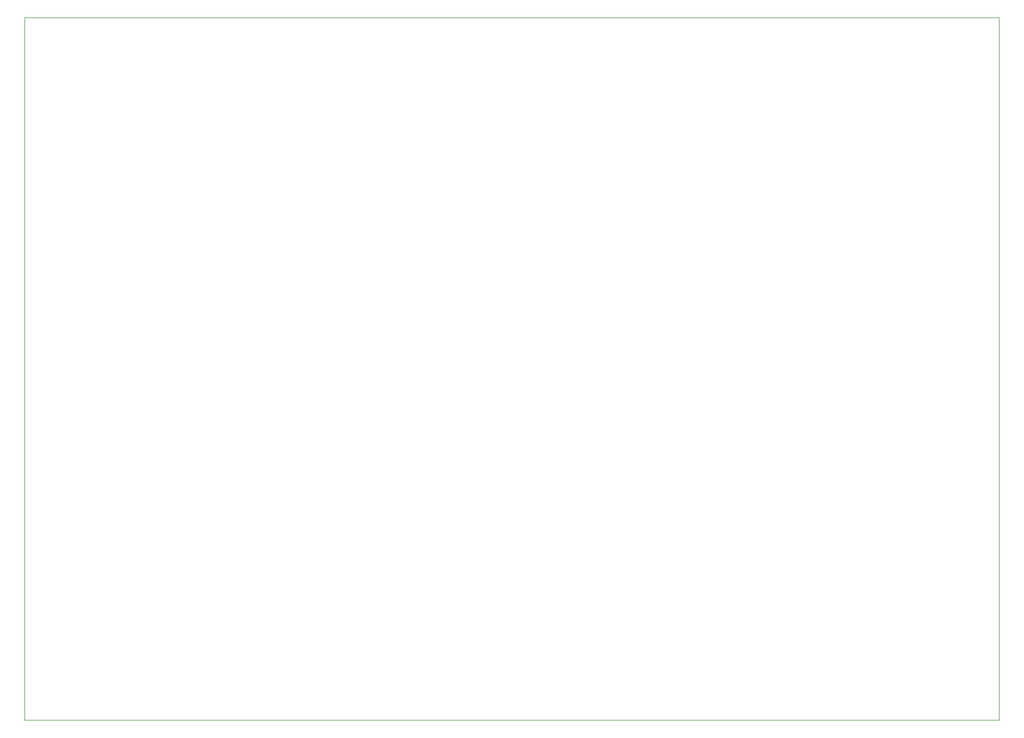
<source format=gbr>
%TF.GenerationSoftware,KiCad,Pcbnew,8.0.1*%
%TF.CreationDate,2024-04-18T20:35:38+03:00*%
%TF.ProjectId,oxygen_harvester,6f787967-656e-45f6-9861-727665737465,rev?*%
%TF.SameCoordinates,Original*%
%TF.FileFunction,Profile,NP*%
%FSLAX46Y46*%
G04 Gerber Fmt 4.6, Leading zero omitted, Abs format (unit mm)*
G04 Created by KiCad (PCBNEW 8.0.1) date 2024-04-18 20:35:38*
%MOMM*%
%LPD*%
G01*
G04 APERTURE LIST*
%TA.AperFunction,Profile*%
%ADD10C,0.100000*%
%TD*%
G04 APERTURE END LIST*
D10*
X231140000Y-154940000D02*
X76200000Y-154940000D01*
X76200000Y-43180000D02*
X231140000Y-43180000D01*
X76200000Y-154940000D02*
X76200000Y-43180000D01*
X231140000Y-43180000D02*
X231140000Y-154940000D01*
M02*

</source>
